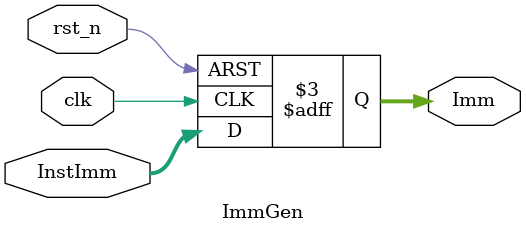
<source format=v>
`timescale 1ns / 1ps


module ImmGen #(
    parameter WIDTH = 32
)(
    input clk,
    input rst_n,
    input [WIDTH-1:0] InstImm, // RISC-V instruction
    output reg [WIDTH-1:0]Imm // Immediate value
);
    always @(posedge clk or negedge rst_n) begin
        if(!rst_n) begin
            Imm <= 0;
        end else begin
            Imm <= InstImm;
        end
    end
endmodule

</source>
